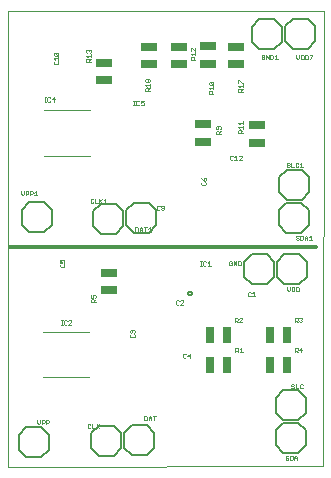
<source format=gto>
G75*
%MOIN*%
%OFA0B0*%
%FSLAX25Y25*%
%IPPOS*%
%LPD*%
%AMOC8*
5,1,8,0,0,1.08239X$1,22.5*
%
%ADD10C,0.00000*%
%ADD11C,0.01200*%
%ADD12C,0.00100*%
%ADD13C,0.00500*%
%ADD14R,0.02559X0.05512*%
%ADD15C,0.00400*%
%ADD16R,0.05512X0.02559*%
%ADD17C,0.00600*%
%ADD18C,0.00200*%
D10*
X0020728Y0001000D02*
X0020675Y0152867D01*
X0125931Y0152769D01*
X0125743Y0001103D01*
X0020728Y0001000D01*
D11*
X0021407Y0074248D02*
X0123528Y0074089D01*
D12*
X0118538Y0050638D02*
X0118038Y0050638D01*
X0117788Y0050387D01*
X0117315Y0050387D02*
X0117315Y0049887D01*
X0117065Y0049637D01*
X0116314Y0049637D01*
X0116815Y0049637D02*
X0117315Y0049136D01*
X0117788Y0049386D02*
X0118038Y0049136D01*
X0118538Y0049136D01*
X0118788Y0049386D01*
X0118788Y0049637D01*
X0118538Y0049887D01*
X0118288Y0049887D01*
X0118538Y0049887D02*
X0118788Y0050137D01*
X0118788Y0050387D01*
X0118538Y0050638D01*
X0117315Y0050387D02*
X0117065Y0050638D01*
X0116314Y0050638D01*
X0116314Y0049136D01*
X0116217Y0040656D02*
X0116968Y0040656D01*
X0117218Y0040406D01*
X0117218Y0039906D01*
X0116968Y0039656D01*
X0116217Y0039656D01*
X0116718Y0039656D02*
X0117218Y0039155D01*
X0117690Y0039906D02*
X0118691Y0039906D01*
X0118441Y0040656D02*
X0118441Y0039155D01*
X0117690Y0039906D02*
X0118441Y0040656D01*
X0116217Y0040656D02*
X0116217Y0039155D01*
X0103180Y0057734D02*
X0102179Y0057734D01*
X0102679Y0057734D02*
X0102679Y0059236D01*
X0102179Y0058735D01*
X0101706Y0058985D02*
X0101456Y0059236D01*
X0100956Y0059236D01*
X0100706Y0058985D01*
X0100706Y0057985D01*
X0100956Y0057734D01*
X0101456Y0057734D01*
X0101706Y0057985D01*
X0098569Y0050541D02*
X0098069Y0050541D01*
X0097818Y0050290D01*
X0097346Y0050290D02*
X0097346Y0049790D01*
X0097096Y0049540D01*
X0096345Y0049540D01*
X0096846Y0049540D02*
X0097346Y0049039D01*
X0097818Y0049039D02*
X0098819Y0050040D01*
X0098819Y0050290D01*
X0098569Y0050541D01*
X0097346Y0050290D02*
X0097096Y0050541D01*
X0096345Y0050541D01*
X0096345Y0049039D01*
X0097818Y0049039D02*
X0098819Y0049039D01*
X0098498Y0040656D02*
X0098498Y0039155D01*
X0098998Y0039155D02*
X0097997Y0039155D01*
X0097525Y0039155D02*
X0097024Y0039656D01*
X0097275Y0039656D02*
X0096524Y0039656D01*
X0096524Y0039155D02*
X0096524Y0040656D01*
X0097275Y0040656D01*
X0097525Y0040406D01*
X0097525Y0039906D01*
X0097275Y0039656D01*
X0097997Y0040156D02*
X0098498Y0040656D01*
X0081469Y0037931D02*
X0080468Y0037931D01*
X0081219Y0038682D01*
X0081219Y0037180D01*
X0079996Y0037431D02*
X0079746Y0037180D01*
X0079245Y0037180D01*
X0078995Y0037431D01*
X0078995Y0038432D01*
X0079245Y0038682D01*
X0079746Y0038682D01*
X0079996Y0038432D01*
X0079179Y0054924D02*
X0078178Y0054924D01*
X0079179Y0055925D01*
X0079179Y0056175D01*
X0078929Y0056425D01*
X0078428Y0056425D01*
X0078178Y0056175D01*
X0077706Y0056175D02*
X0077456Y0056425D01*
X0076955Y0056425D01*
X0076705Y0056175D01*
X0076705Y0055174D01*
X0076955Y0054924D01*
X0077456Y0054924D01*
X0077706Y0055174D01*
X0084808Y0067943D02*
X0085308Y0067943D01*
X0085058Y0067943D02*
X0085058Y0069445D01*
X0084808Y0069445D02*
X0085308Y0069445D01*
X0085790Y0069194D02*
X0085790Y0068194D01*
X0086040Y0067943D01*
X0086540Y0067943D01*
X0086791Y0068194D01*
X0087263Y0067943D02*
X0088264Y0067943D01*
X0087763Y0067943D02*
X0087763Y0069445D01*
X0087263Y0068944D01*
X0086791Y0069194D02*
X0086540Y0069445D01*
X0086040Y0069445D01*
X0085790Y0069194D01*
X0072469Y0086479D02*
X0071969Y0086479D01*
X0071718Y0086729D01*
X0071246Y0086729D02*
X0070996Y0086479D01*
X0070495Y0086479D01*
X0070245Y0086729D01*
X0070245Y0087730D01*
X0070495Y0087981D01*
X0070996Y0087981D01*
X0071246Y0087730D01*
X0071718Y0087730D02*
X0071718Y0087480D01*
X0071969Y0087230D01*
X0072719Y0087230D01*
X0072719Y0087730D02*
X0072469Y0087981D01*
X0071969Y0087981D01*
X0071718Y0087730D01*
X0072719Y0087730D02*
X0072719Y0086729D01*
X0072469Y0086479D01*
X0085166Y0095086D02*
X0085416Y0094836D01*
X0086417Y0094836D01*
X0086667Y0095086D01*
X0086667Y0095586D01*
X0086417Y0095837D01*
X0086417Y0096309D02*
X0085917Y0096309D01*
X0085917Y0097060D01*
X0086167Y0097310D01*
X0086417Y0097310D01*
X0086667Y0097060D01*
X0086667Y0096559D01*
X0086417Y0096309D01*
X0085917Y0096309D02*
X0085416Y0096809D01*
X0085166Y0097310D01*
X0085416Y0095837D02*
X0085166Y0095586D01*
X0085166Y0095086D01*
X0094730Y0103445D02*
X0094980Y0103194D01*
X0095481Y0103194D01*
X0095731Y0103445D01*
X0096204Y0103194D02*
X0097204Y0103194D01*
X0097677Y0103194D02*
X0098678Y0104195D01*
X0098678Y0104445D01*
X0098427Y0104696D01*
X0097927Y0104696D01*
X0097677Y0104445D01*
X0096704Y0104696D02*
X0096704Y0103194D01*
X0097677Y0103194D02*
X0098678Y0103194D01*
X0096704Y0104696D02*
X0096204Y0104195D01*
X0095731Y0104445D02*
X0095481Y0104696D01*
X0094980Y0104696D01*
X0094730Y0104445D01*
X0094730Y0103445D01*
X0091543Y0111924D02*
X0090042Y0111924D01*
X0090042Y0112674D01*
X0090292Y0112925D01*
X0090792Y0112925D01*
X0091043Y0112674D01*
X0091043Y0111924D01*
X0091043Y0112424D02*
X0091543Y0112925D01*
X0091293Y0113397D02*
X0091543Y0113647D01*
X0091543Y0114148D01*
X0091293Y0114398D01*
X0090292Y0114398D01*
X0090042Y0114148D01*
X0090042Y0113647D01*
X0090292Y0113397D01*
X0090542Y0113397D01*
X0090792Y0113647D01*
X0090792Y0114398D01*
X0097464Y0114123D02*
X0098965Y0114123D01*
X0098965Y0113623D02*
X0098965Y0114623D01*
X0098965Y0115096D02*
X0098965Y0116097D01*
X0098965Y0115596D02*
X0097464Y0115596D01*
X0097964Y0115096D01*
X0097464Y0114123D02*
X0097964Y0113623D01*
X0097714Y0113150D02*
X0098214Y0113150D01*
X0098465Y0112900D01*
X0098465Y0112149D01*
X0098965Y0112149D02*
X0097464Y0112149D01*
X0097464Y0112900D01*
X0097714Y0113150D01*
X0098465Y0112650D02*
X0098965Y0113150D01*
X0089167Y0125284D02*
X0087666Y0125284D01*
X0087666Y0126035D01*
X0087916Y0126285D01*
X0088416Y0126285D01*
X0088667Y0126035D01*
X0088667Y0125284D01*
X0088667Y0125785D02*
X0089167Y0126285D01*
X0089167Y0126758D02*
X0089167Y0127758D01*
X0089167Y0127258D02*
X0087666Y0127258D01*
X0088166Y0126758D01*
X0087916Y0128231D02*
X0087666Y0128481D01*
X0087666Y0128981D01*
X0087916Y0129232D01*
X0088917Y0128231D01*
X0089167Y0128481D01*
X0089167Y0128981D01*
X0088917Y0129232D01*
X0087916Y0129232D01*
X0087916Y0128231D02*
X0088917Y0128231D01*
X0097422Y0127947D02*
X0098923Y0127947D01*
X0098923Y0128447D02*
X0098923Y0127446D01*
X0098923Y0126974D02*
X0098423Y0126474D01*
X0098423Y0126724D02*
X0098423Y0125973D01*
X0098923Y0125973D02*
X0097422Y0125973D01*
X0097422Y0126724D01*
X0097672Y0126974D01*
X0098172Y0126974D01*
X0098423Y0126724D01*
X0097922Y0127446D02*
X0097422Y0127947D01*
X0097422Y0128920D02*
X0097422Y0129921D01*
X0097672Y0129921D01*
X0098673Y0128920D01*
X0098923Y0128920D01*
X0083087Y0136685D02*
X0081586Y0136685D01*
X0081586Y0137436D01*
X0081836Y0137686D01*
X0082337Y0137686D01*
X0082587Y0137436D01*
X0082587Y0136685D01*
X0082587Y0137185D02*
X0083087Y0137686D01*
X0083087Y0138158D02*
X0083087Y0139159D01*
X0083087Y0139631D02*
X0082086Y0140632D01*
X0081836Y0140632D01*
X0081586Y0140382D01*
X0081586Y0139882D01*
X0081836Y0139631D01*
X0081586Y0138659D02*
X0083087Y0138659D01*
X0083087Y0139631D02*
X0083087Y0140632D01*
X0081586Y0138659D02*
X0082086Y0138158D01*
X0068015Y0129913D02*
X0068015Y0129413D01*
X0067765Y0129163D01*
X0067515Y0129163D01*
X0067264Y0129413D01*
X0067264Y0129913D01*
X0067515Y0130164D01*
X0067765Y0130164D01*
X0068015Y0129913D01*
X0067264Y0129913D02*
X0067014Y0130164D01*
X0066764Y0130164D01*
X0066514Y0129913D01*
X0066514Y0129413D01*
X0066764Y0129163D01*
X0067014Y0129163D01*
X0067264Y0129413D01*
X0068015Y0128690D02*
X0068015Y0127690D01*
X0068015Y0127217D02*
X0067515Y0126717D01*
X0067515Y0126967D02*
X0067515Y0126216D01*
X0068015Y0126216D02*
X0066514Y0126216D01*
X0066514Y0126967D01*
X0066764Y0127217D01*
X0067264Y0127217D01*
X0067515Y0126967D01*
X0067014Y0127690D02*
X0066514Y0128190D01*
X0068015Y0128190D01*
X0065923Y0122951D02*
X0064922Y0122951D01*
X0064922Y0122201D01*
X0065422Y0122451D01*
X0065673Y0122451D01*
X0065923Y0122201D01*
X0065923Y0121700D01*
X0065673Y0121450D01*
X0065172Y0121450D01*
X0064922Y0121700D01*
X0064450Y0121700D02*
X0064199Y0121450D01*
X0063699Y0121450D01*
X0063449Y0121700D01*
X0063449Y0122701D01*
X0063699Y0122951D01*
X0064199Y0122951D01*
X0064450Y0122701D01*
X0062967Y0122951D02*
X0062467Y0122951D01*
X0062717Y0122951D02*
X0062717Y0121450D01*
X0062467Y0121450D02*
X0062967Y0121450D01*
X0048342Y0136013D02*
X0046840Y0136013D01*
X0046840Y0136763D01*
X0047090Y0137014D01*
X0047591Y0137014D01*
X0047841Y0136763D01*
X0047841Y0136013D01*
X0047841Y0136513D02*
X0048342Y0137014D01*
X0048342Y0137486D02*
X0048342Y0138487D01*
X0048342Y0137986D02*
X0046840Y0137986D01*
X0047341Y0137486D01*
X0047090Y0138959D02*
X0046840Y0139209D01*
X0046840Y0139710D01*
X0047090Y0139960D01*
X0047341Y0139960D01*
X0047591Y0139710D01*
X0047841Y0139960D01*
X0048091Y0139960D01*
X0048342Y0139710D01*
X0048342Y0139209D01*
X0048091Y0138959D01*
X0047591Y0139460D02*
X0047591Y0139710D01*
X0037496Y0138764D02*
X0037496Y0138263D01*
X0037245Y0138013D01*
X0036245Y0139014D01*
X0037245Y0139014D01*
X0037496Y0138764D01*
X0037245Y0138013D02*
X0036245Y0138013D01*
X0035994Y0138263D01*
X0035994Y0138764D01*
X0036245Y0139014D01*
X0037496Y0137541D02*
X0037496Y0136540D01*
X0037496Y0137040D02*
X0035994Y0137040D01*
X0036495Y0136540D01*
X0036245Y0136067D02*
X0035994Y0135817D01*
X0035994Y0135317D01*
X0036245Y0135067D01*
X0037245Y0135067D01*
X0037496Y0135317D01*
X0037496Y0135817D01*
X0037245Y0136067D01*
X0036086Y0124140D02*
X0035335Y0123390D01*
X0036336Y0123390D01*
X0036086Y0124140D02*
X0036086Y0122639D01*
X0034863Y0122889D02*
X0034612Y0122639D01*
X0034112Y0122639D01*
X0033862Y0122889D01*
X0033862Y0123890D01*
X0034112Y0124140D01*
X0034612Y0124140D01*
X0034863Y0123890D01*
X0033380Y0124140D02*
X0032880Y0124140D01*
X0033130Y0124140D02*
X0033130Y0122639D01*
X0032880Y0122639D02*
X0033380Y0122639D01*
X0037992Y0069981D02*
X0037992Y0068980D01*
X0038743Y0068980D01*
X0038493Y0069481D01*
X0038493Y0069731D01*
X0038743Y0069981D01*
X0039243Y0069981D01*
X0039494Y0069731D01*
X0039494Y0069231D01*
X0039243Y0068980D01*
X0039243Y0068508D02*
X0039494Y0068258D01*
X0039494Y0067757D01*
X0039243Y0067507D01*
X0038243Y0067507D01*
X0037992Y0067757D01*
X0037992Y0068258D01*
X0038243Y0068508D01*
X0048406Y0058259D02*
X0048406Y0057258D01*
X0049156Y0057258D01*
X0048906Y0057758D01*
X0048906Y0058008D01*
X0049156Y0058259D01*
X0049657Y0058259D01*
X0049907Y0058008D01*
X0049907Y0057508D01*
X0049657Y0057258D01*
X0049907Y0056785D02*
X0049406Y0056285D01*
X0049406Y0056535D02*
X0049406Y0055785D01*
X0049907Y0055785D02*
X0048406Y0055785D01*
X0048406Y0056535D01*
X0048656Y0056785D01*
X0049156Y0056785D01*
X0049406Y0056535D01*
X0041851Y0049567D02*
X0041601Y0049817D01*
X0041101Y0049817D01*
X0040851Y0049567D01*
X0040378Y0049567D02*
X0040128Y0049817D01*
X0039627Y0049817D01*
X0039377Y0049567D01*
X0039377Y0048566D01*
X0039627Y0048315D01*
X0040128Y0048315D01*
X0040378Y0048566D01*
X0040851Y0048315D02*
X0041851Y0049316D01*
X0041851Y0049567D01*
X0041851Y0048315D02*
X0040851Y0048315D01*
X0038895Y0048315D02*
X0038395Y0048315D01*
X0038645Y0048315D02*
X0038645Y0049817D01*
X0038395Y0049817D02*
X0038895Y0049817D01*
X0061448Y0046276D02*
X0061698Y0046527D01*
X0061949Y0046527D01*
X0062199Y0046276D01*
X0062449Y0046527D01*
X0062699Y0046527D01*
X0062949Y0046276D01*
X0062949Y0045776D01*
X0062699Y0045526D01*
X0062699Y0045053D02*
X0062949Y0044803D01*
X0062949Y0044303D01*
X0062699Y0044053D01*
X0061698Y0044053D01*
X0061448Y0044303D01*
X0061448Y0044803D01*
X0061698Y0045053D01*
X0061698Y0045526D02*
X0061448Y0045776D01*
X0061448Y0046276D01*
X0062199Y0046276D02*
X0062199Y0046026D01*
D13*
X0080799Y0058830D02*
X0080801Y0058877D01*
X0080807Y0058923D01*
X0080816Y0058969D01*
X0080830Y0059013D01*
X0080847Y0059057D01*
X0080868Y0059098D01*
X0080892Y0059138D01*
X0080919Y0059176D01*
X0080950Y0059211D01*
X0080983Y0059244D01*
X0081019Y0059274D01*
X0081058Y0059300D01*
X0081098Y0059324D01*
X0081140Y0059343D01*
X0081184Y0059360D01*
X0081229Y0059372D01*
X0081275Y0059381D01*
X0081321Y0059386D01*
X0081368Y0059387D01*
X0081414Y0059384D01*
X0081460Y0059377D01*
X0081506Y0059366D01*
X0081550Y0059352D01*
X0081593Y0059334D01*
X0081634Y0059312D01*
X0081674Y0059287D01*
X0081711Y0059259D01*
X0081746Y0059228D01*
X0081778Y0059194D01*
X0081807Y0059157D01*
X0081832Y0059119D01*
X0081855Y0059078D01*
X0081874Y0059035D01*
X0081889Y0058991D01*
X0081901Y0058946D01*
X0081909Y0058900D01*
X0081913Y0058853D01*
X0081913Y0058807D01*
X0081909Y0058760D01*
X0081901Y0058714D01*
X0081889Y0058669D01*
X0081874Y0058625D01*
X0081855Y0058582D01*
X0081832Y0058541D01*
X0081807Y0058503D01*
X0081778Y0058466D01*
X0081746Y0058432D01*
X0081711Y0058401D01*
X0081674Y0058373D01*
X0081635Y0058348D01*
X0081593Y0058326D01*
X0081550Y0058308D01*
X0081506Y0058294D01*
X0081460Y0058283D01*
X0081414Y0058276D01*
X0081368Y0058273D01*
X0081321Y0058274D01*
X0081275Y0058279D01*
X0081229Y0058288D01*
X0081184Y0058300D01*
X0081140Y0058317D01*
X0081098Y0058336D01*
X0081058Y0058360D01*
X0081019Y0058386D01*
X0080983Y0058416D01*
X0080950Y0058449D01*
X0080919Y0058484D01*
X0080892Y0058522D01*
X0080868Y0058562D01*
X0080847Y0058603D01*
X0080830Y0058647D01*
X0080816Y0058691D01*
X0080807Y0058737D01*
X0080801Y0058783D01*
X0080799Y0058830D01*
D14*
X0088040Y0044995D03*
X0093840Y0044995D03*
X0093840Y0034995D03*
X0088040Y0034995D03*
X0108040Y0034995D03*
X0113840Y0034995D03*
X0113840Y0044995D03*
X0108040Y0044995D03*
D15*
X0047793Y0045978D02*
X0032439Y0045978D01*
X0032439Y0030722D02*
X0047793Y0030722D01*
X0048184Y0104676D02*
X0032830Y0104676D01*
X0032830Y0119932D02*
X0048184Y0119932D01*
D16*
X0052577Y0129727D03*
X0052577Y0135527D03*
X0067848Y0135145D03*
X0067848Y0140945D03*
X0077543Y0140975D03*
X0077543Y0135175D03*
X0087260Y0135257D03*
X0087260Y0141057D03*
X0096841Y0140989D03*
X0096841Y0135189D03*
X0103583Y0114725D03*
X0103583Y0108925D03*
X0085632Y0109274D03*
X0085632Y0115074D03*
X0054304Y0065501D03*
X0054304Y0059701D03*
D17*
X0056676Y0078618D02*
X0051676Y0078618D01*
X0049176Y0081118D01*
X0049176Y0086118D01*
X0051676Y0088618D01*
X0056676Y0088618D01*
X0059176Y0086118D01*
X0059176Y0081118D01*
X0056676Y0078618D01*
X0060132Y0081484D02*
X0062632Y0078984D01*
X0067632Y0078984D01*
X0070132Y0081484D01*
X0070132Y0086484D01*
X0067632Y0088984D01*
X0062632Y0088984D01*
X0060132Y0086484D01*
X0060132Y0081484D01*
X0035300Y0081572D02*
X0032800Y0079072D01*
X0027800Y0079072D01*
X0025300Y0081572D01*
X0025300Y0086572D01*
X0027800Y0089072D01*
X0032800Y0089072D01*
X0035300Y0086572D01*
X0035300Y0081572D01*
X0031865Y0014036D02*
X0026865Y0014036D01*
X0024365Y0011536D01*
X0024365Y0006536D01*
X0026865Y0004036D01*
X0031865Y0004036D01*
X0034365Y0006536D01*
X0034365Y0011536D01*
X0031865Y0014036D01*
X0048419Y0012099D02*
X0048419Y0007099D01*
X0050919Y0004599D01*
X0055919Y0004599D01*
X0058419Y0007099D01*
X0058419Y0012099D01*
X0055919Y0014599D01*
X0050919Y0014599D01*
X0048419Y0012099D01*
X0059435Y0012206D02*
X0059435Y0007206D01*
X0061935Y0004706D01*
X0066935Y0004706D01*
X0069435Y0007206D01*
X0069435Y0012206D01*
X0066935Y0014706D01*
X0061935Y0014706D01*
X0059435Y0012206D01*
X0101934Y0061804D02*
X0099434Y0064304D01*
X0099434Y0069304D01*
X0101934Y0071804D01*
X0106934Y0071804D01*
X0109434Y0069304D01*
X0109434Y0064304D01*
X0106934Y0061804D01*
X0101934Y0061804D01*
X0110292Y0064316D02*
X0112792Y0061816D01*
X0117792Y0061816D01*
X0120292Y0064316D01*
X0120292Y0069316D01*
X0117792Y0071816D01*
X0112792Y0071816D01*
X0110292Y0069316D01*
X0110292Y0064316D01*
X0113439Y0078988D02*
X0118439Y0078988D01*
X0120939Y0081488D01*
X0120939Y0086488D01*
X0118439Y0088988D01*
X0113439Y0088988D01*
X0110939Y0086488D01*
X0110939Y0081488D01*
X0113439Y0078988D01*
X0113668Y0089892D02*
X0118668Y0089892D01*
X0121168Y0092392D01*
X0121168Y0097392D01*
X0118668Y0099892D01*
X0113668Y0099892D01*
X0111168Y0097392D01*
X0111168Y0092392D01*
X0113668Y0089892D01*
X0115681Y0140270D02*
X0120681Y0140270D01*
X0123181Y0142770D01*
X0123181Y0147770D01*
X0120681Y0150270D01*
X0115681Y0150270D01*
X0113181Y0147770D01*
X0113181Y0142770D01*
X0115681Y0140270D01*
X0111971Y0142661D02*
X0109471Y0140161D01*
X0104471Y0140161D01*
X0101971Y0142661D01*
X0101971Y0147661D01*
X0104471Y0150161D01*
X0109471Y0150161D01*
X0111971Y0147661D01*
X0111971Y0142661D01*
X0112522Y0026425D02*
X0110022Y0023925D01*
X0110022Y0018925D01*
X0112522Y0016425D01*
X0117522Y0016425D01*
X0120022Y0018925D01*
X0120022Y0023925D01*
X0117522Y0026425D01*
X0112522Y0026425D01*
X0112426Y0015543D02*
X0109926Y0013043D01*
X0109926Y0008043D01*
X0112426Y0005543D01*
X0117426Y0005543D01*
X0119926Y0008043D01*
X0119926Y0013043D01*
X0117426Y0015543D01*
X0112426Y0015543D01*
D18*
X0113488Y0004649D02*
X0113255Y0004415D01*
X0113255Y0004182D01*
X0113488Y0003948D01*
X0113955Y0003948D01*
X0114189Y0003715D01*
X0114189Y0003481D01*
X0113955Y0003248D01*
X0113488Y0003248D01*
X0113255Y0003481D01*
X0113488Y0004649D02*
X0113955Y0004649D01*
X0114189Y0004415D01*
X0114728Y0004649D02*
X0115428Y0004649D01*
X0115662Y0004415D01*
X0115662Y0003481D01*
X0115428Y0003248D01*
X0114728Y0003248D01*
X0114728Y0004649D01*
X0116201Y0004182D02*
X0116668Y0004649D01*
X0117135Y0004182D01*
X0117135Y0003248D01*
X0117135Y0003948D02*
X0116201Y0003948D01*
X0116201Y0004182D02*
X0116201Y0003248D01*
X0116555Y0027072D02*
X0117489Y0027072D01*
X0118028Y0027306D02*
X0118262Y0027072D01*
X0118729Y0027072D01*
X0118963Y0027306D01*
X0118963Y0028240D02*
X0118729Y0028474D01*
X0118262Y0028474D01*
X0118028Y0028240D01*
X0118028Y0027306D01*
X0116555Y0027072D02*
X0116555Y0028474D01*
X0116016Y0028240D02*
X0115783Y0028474D01*
X0115315Y0028474D01*
X0115082Y0028240D01*
X0115082Y0028007D01*
X0115315Y0027773D01*
X0115783Y0027773D01*
X0116016Y0027539D01*
X0116016Y0027306D01*
X0115783Y0027072D01*
X0115315Y0027072D01*
X0115082Y0027306D01*
X0115223Y0059418D02*
X0115924Y0059418D01*
X0116157Y0059651D01*
X0116157Y0060585D01*
X0115924Y0060819D01*
X0115223Y0060819D01*
X0115223Y0059418D01*
X0114684Y0059885D02*
X0114684Y0060819D01*
X0114684Y0059885D02*
X0114217Y0059418D01*
X0113750Y0059885D01*
X0113750Y0060819D01*
X0116696Y0060819D02*
X0116696Y0059418D01*
X0117397Y0059418D01*
X0117630Y0059651D01*
X0117630Y0060585D01*
X0117397Y0060819D01*
X0116696Y0060819D01*
X0116889Y0076540D02*
X0116655Y0076773D01*
X0116889Y0076540D02*
X0117356Y0076540D01*
X0117589Y0076773D01*
X0117589Y0077007D01*
X0117356Y0077240D01*
X0116889Y0077240D01*
X0116655Y0077474D01*
X0116655Y0077707D01*
X0116889Y0077941D01*
X0117356Y0077941D01*
X0117589Y0077707D01*
X0118128Y0077941D02*
X0118128Y0076540D01*
X0118829Y0076540D01*
X0119063Y0076773D01*
X0119063Y0077707D01*
X0118829Y0077941D01*
X0118128Y0077941D01*
X0119602Y0077474D02*
X0119602Y0076540D01*
X0119602Y0077240D02*
X0120536Y0077240D01*
X0120536Y0077474D02*
X0120536Y0076540D01*
X0121075Y0076540D02*
X0122009Y0076540D01*
X0121542Y0076540D02*
X0121542Y0077941D01*
X0121075Y0077474D01*
X0120536Y0077474D02*
X0120069Y0077941D01*
X0119602Y0077474D01*
X0118980Y0100863D02*
X0118046Y0100863D01*
X0118513Y0100863D02*
X0118513Y0102264D01*
X0118046Y0101797D01*
X0117507Y0102031D02*
X0117273Y0102264D01*
X0116806Y0102264D01*
X0116573Y0102031D01*
X0116573Y0101097D01*
X0116806Y0100863D01*
X0117273Y0100863D01*
X0117507Y0101097D01*
X0116034Y0100863D02*
X0115100Y0100863D01*
X0115100Y0102264D01*
X0114560Y0102031D02*
X0114327Y0102264D01*
X0113860Y0102264D01*
X0113626Y0102031D01*
X0113626Y0101797D01*
X0113860Y0101564D01*
X0114327Y0101564D01*
X0114560Y0101330D01*
X0114560Y0101097D01*
X0114327Y0100863D01*
X0113860Y0100863D01*
X0113626Y0101097D01*
X0098100Y0069532D02*
X0097399Y0069532D01*
X0097399Y0068131D01*
X0098100Y0068131D01*
X0098333Y0068364D01*
X0098333Y0069298D01*
X0098100Y0069532D01*
X0096860Y0069532D02*
X0096860Y0068131D01*
X0095926Y0069532D01*
X0095926Y0068131D01*
X0095387Y0068364D02*
X0095387Y0068831D01*
X0094920Y0068831D01*
X0095387Y0068364D02*
X0095153Y0068131D01*
X0094686Y0068131D01*
X0094453Y0068364D01*
X0094453Y0069298D01*
X0094686Y0069532D01*
X0095153Y0069532D01*
X0095387Y0069298D01*
X0068444Y0079323D02*
X0067510Y0079323D01*
X0067977Y0079323D02*
X0067977Y0080724D01*
X0067510Y0080257D01*
X0066971Y0080724D02*
X0066037Y0080724D01*
X0066504Y0080724D02*
X0066504Y0079323D01*
X0065498Y0079323D02*
X0065498Y0080257D01*
X0065031Y0080724D01*
X0064564Y0080257D01*
X0064564Y0079323D01*
X0064024Y0079557D02*
X0064024Y0080491D01*
X0063791Y0080724D01*
X0063090Y0080724D01*
X0063090Y0079323D01*
X0063791Y0079323D01*
X0064024Y0079557D01*
X0064564Y0080024D02*
X0065498Y0080024D01*
X0053564Y0088909D02*
X0052630Y0088909D01*
X0053097Y0088909D02*
X0053097Y0090310D01*
X0052630Y0089843D01*
X0052091Y0090310D02*
X0051156Y0089376D01*
X0051390Y0089609D02*
X0052091Y0088909D01*
X0051156Y0088909D02*
X0051156Y0090310D01*
X0049683Y0090310D02*
X0049683Y0088909D01*
X0050617Y0088909D01*
X0049144Y0089142D02*
X0048910Y0088909D01*
X0048443Y0088909D01*
X0048210Y0089142D01*
X0048210Y0090076D01*
X0048443Y0090310D01*
X0048910Y0090310D01*
X0049144Y0090076D01*
X0030454Y0091372D02*
X0029520Y0091372D01*
X0029987Y0091372D02*
X0029987Y0092773D01*
X0029520Y0092306D01*
X0028980Y0092073D02*
X0028747Y0091839D01*
X0028046Y0091839D01*
X0028046Y0091372D02*
X0028046Y0092773D01*
X0028747Y0092773D01*
X0028980Y0092540D01*
X0028980Y0092073D01*
X0027507Y0092073D02*
X0027274Y0091839D01*
X0026573Y0091839D01*
X0026573Y0091372D02*
X0026573Y0092773D01*
X0027274Y0092773D01*
X0027507Y0092540D01*
X0027507Y0092073D01*
X0026034Y0091839D02*
X0025567Y0091372D01*
X0025100Y0091839D01*
X0025100Y0092773D01*
X0026034Y0092773D02*
X0026034Y0091839D01*
X0066088Y0017820D02*
X0066789Y0017820D01*
X0067022Y0017587D01*
X0067022Y0016653D01*
X0066789Y0016419D01*
X0066088Y0016419D01*
X0066088Y0017820D01*
X0067561Y0017353D02*
X0067561Y0016419D01*
X0067561Y0017120D02*
X0068495Y0017120D01*
X0068495Y0017353D02*
X0068495Y0016419D01*
X0068495Y0017353D02*
X0068028Y0017820D01*
X0067561Y0017353D01*
X0069035Y0017820D02*
X0069969Y0017820D01*
X0069502Y0017820D02*
X0069502Y0016419D01*
X0051152Y0015202D02*
X0050218Y0014268D01*
X0050451Y0014501D02*
X0051152Y0013801D01*
X0050218Y0013801D02*
X0050218Y0015202D01*
X0048744Y0015202D02*
X0048744Y0013801D01*
X0049678Y0013801D01*
X0048205Y0014034D02*
X0047972Y0013801D01*
X0047505Y0013801D01*
X0047271Y0014034D01*
X0047271Y0014968D01*
X0047505Y0015202D01*
X0047972Y0015202D01*
X0048205Y0014968D01*
X0034349Y0015789D02*
X0034115Y0015555D01*
X0033415Y0015555D01*
X0033415Y0015088D02*
X0033415Y0016489D01*
X0034115Y0016489D01*
X0034349Y0016256D01*
X0034349Y0015789D01*
X0032876Y0015789D02*
X0032642Y0015555D01*
X0031942Y0015555D01*
X0031942Y0015088D02*
X0031942Y0016489D01*
X0032642Y0016489D01*
X0032876Y0016256D01*
X0032876Y0015789D01*
X0031402Y0015555D02*
X0030935Y0015088D01*
X0030468Y0015555D01*
X0030468Y0016489D01*
X0031402Y0016489D02*
X0031402Y0015555D01*
X0105450Y0136863D02*
X0105216Y0137097D01*
X0105216Y0138031D01*
X0105450Y0138265D01*
X0105917Y0138265D01*
X0106151Y0138031D01*
X0106151Y0137564D02*
X0105683Y0137564D01*
X0106151Y0137564D02*
X0106151Y0137097D01*
X0105917Y0136863D01*
X0105450Y0136863D01*
X0106690Y0136863D02*
X0106690Y0138265D01*
X0107624Y0136863D01*
X0107624Y0138265D01*
X0108163Y0138265D02*
X0108163Y0136863D01*
X0108863Y0136863D01*
X0109097Y0137097D01*
X0109097Y0138031D01*
X0108863Y0138265D01*
X0108163Y0138265D01*
X0109636Y0137797D02*
X0110103Y0138265D01*
X0110103Y0136863D01*
X0109636Y0136863D02*
X0110570Y0136863D01*
X0116810Y0137249D02*
X0117277Y0136781D01*
X0117744Y0137249D01*
X0117744Y0138183D01*
X0118283Y0138183D02*
X0118283Y0136781D01*
X0118984Y0136781D01*
X0119217Y0137015D01*
X0119217Y0137949D01*
X0118984Y0138183D01*
X0118283Y0138183D01*
X0116810Y0138183D02*
X0116810Y0137249D01*
X0119756Y0136781D02*
X0120457Y0136781D01*
X0120690Y0137015D01*
X0120690Y0137949D01*
X0120457Y0138183D01*
X0119756Y0138183D01*
X0119756Y0136781D01*
X0121230Y0136781D02*
X0121230Y0137015D01*
X0122164Y0137949D01*
X0122164Y0138183D01*
X0121230Y0138183D01*
M02*

</source>
